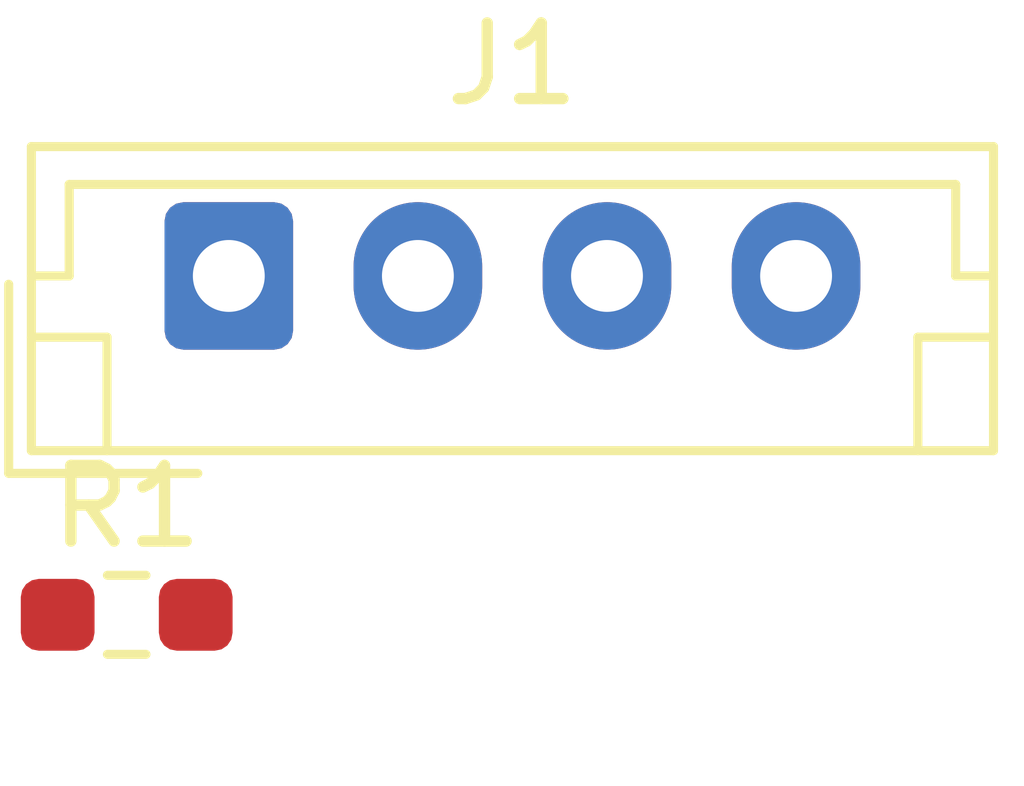
<source format=kicad_pcb>
(kicad_pcb (version 20221018) (generator pcbnew)
  (layers (0 "F.Cu" signal) (31 "B.Cu" signal) (34 "B.Paste" user) (35 "F.Paste" user) (36 "B.SilkS" user "B.Silkscreen") (37 "F.SilkS" user "F.Silkscreen") (38 "B.Mask" user) (39 "F.Mask" user) (44 "Edge.Cuts" user))
  (net 0 "")
  (net 1 "Net-(J1-Pin_1)")
  (net 2 "GND")
  (net 3 "/SCL")
  (net 4 "/SDA")
  (net 5 "Net-(D1-A)")
  (footprint "Connector_JST:JST_EH_B4B-EH-A_1x04_P2.50mm_Vertical" (layer "F.Cu") (at 69.0175 135.22)
    (fp_text reference "J1" (at 3.75 -2.8) (layer "F.SilkS"))
    (fp_text value "0.96'' OLED")
    (fp_line (start -2.91 0.11) (end -2.91 2.61) (stroke (width 0.12)) (layer "F.SilkS"))
    (fp_line (start -2.91 2.61) (end -0.41 2.61) (stroke (width 0.12)) (layer "F.SilkS"))
    (fp_line (start -2.61 -1.71) (end -2.61 2.31) (stroke (width 0.12)) (layer "F.SilkS"))
    (fp_line (start -2.61 0) (end -2.11 0) (stroke (width 0.12)) (layer "F.SilkS"))
    (fp_line (start -2.61 0.81) (end -1.61 0.81) (stroke (width 0.12)) (layer "F.SilkS"))
    (fp_line (start -2.61 2.31) (end 10.11 2.31) (stroke (width 0.12)) (layer "F.SilkS"))
    (fp_line (start -2.11 -1.21) (end 9.61 -1.21) (stroke (width 0.12)) (layer "F.SilkS"))
    (fp_line (start -2.11 0) (end -2.11 -1.21) (stroke (width 0.12)) (layer "F.SilkS"))
    (fp_line (start -1.61 0.81) (end -1.61 2.31) (stroke (width 0.12)) (layer "F.SilkS"))
    (fp_line (start 9.11 0.81) (end 9.11 2.31) (stroke (width 0.12)) (layer "F.SilkS"))
    (fp_line (start 9.61 -1.21) (end 9.61 0) (stroke (width 0.12)) (layer "F.SilkS"))
    (fp_line (start 9.61 0) (end 10.11 0) (stroke (width 0.12)) (layer "F.SilkS"))
    (fp_line (start 10.11 -1.71) (end -2.61 -1.71) (stroke (width 0.12)) (layer "F.SilkS"))
    (fp_line (start 10.11 0.81) (end 9.11 0.81) (stroke (width 0.12)) (layer "F.SilkS"))
    (fp_line (start 10.11 2.31) (end 10.11 -1.71) (stroke (width 0.12)) (layer "F.SilkS"))
    (pad "1" thru_hole roundrect (at 0 0) (size 1.7 1.95) (drill 0.95) (layers "*.Cu" "*.Mask") (roundrect_rratio 0.147059) (net 1 "Net-(J1-Pin_1)"))
    (pad "2" thru_hole oval (at 2.5 0) (size 1.7 1.95) (drill 0.95) (layers "*.Cu" "*.Mask") (net 2 "GND"))
    (pad "3" thru_hole oval (at 5 0) (size 1.7 1.95) (drill 0.95) (layers "*.Cu" "*.Mask") (net 3 "/SCL"))
    (pad "4" thru_hole oval (at 7.5 0) (size 1.7 1.95) (drill 0.95) (layers "*.Cu" "*.Mask") (net 4 "/SDA"))
  )
  (footprint "Resistor_SMD:R_0603_1608Metric_Pad0.98x0.95mm_HandSolder" (layer "F.Cu") (at 67.6675 139.7)
    (fp_text reference "R1" (at 0 -1.43) (layer "F.SilkS"))
    (fp_text value "R")
    (fp_line (start -0.254724 -0.5225) (end 0.254724 -0.5225) (stroke (width 0.12)) (layer "F.SilkS"))
    (fp_line (start -0.254724 0.5225) (end 0.254724 0.5225) (stroke (width 0.12)) (layer "F.SilkS"))
    (pad "1" smd roundrect (at -0.9125 0) (size 0.975 0.95) (layers "F.Cu" "F.Paste" "F.Mask") (net 1 "Net-(J1-Pin_1)"))
    (pad "2" smd roundrect (at 0.9125 0) (size 0.975 0.95) (layers "F.Cu" "F.Paste" "F.Mask") (net 5 "Net-(D1-A)"))
  )
)
</source>
